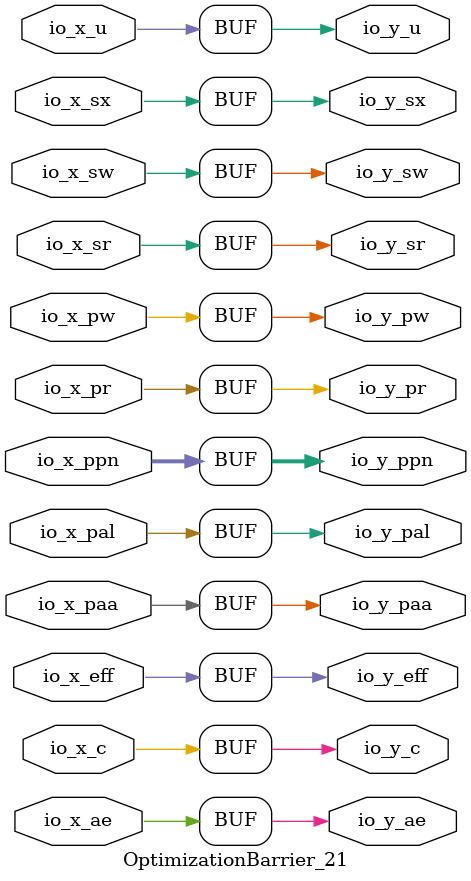
<source format=sv>
`ifndef RANDOMIZE
  `ifdef RANDOMIZE_REG_INIT
    `define RANDOMIZE
  `endif // RANDOMIZE_REG_INIT
`endif // not def RANDOMIZE
`ifndef RANDOMIZE
  `ifdef RANDOMIZE_MEM_INIT
    `define RANDOMIZE
  `endif // RANDOMIZE_MEM_INIT
`endif // not def RANDOMIZE

`ifndef RANDOM
  `define RANDOM $random
`endif // not def RANDOM

// Users can define 'PRINTF_COND' to add an extra gate to prints.
`ifndef PRINTF_COND_
  `ifdef PRINTF_COND
    `define PRINTF_COND_ (`PRINTF_COND)
  `else  // PRINTF_COND
    `define PRINTF_COND_ 1
  `endif // PRINTF_COND
`endif // not def PRINTF_COND_

// Users can define 'ASSERT_VERBOSE_COND' to add an extra gate to assert error printing.
`ifndef ASSERT_VERBOSE_COND_
  `ifdef ASSERT_VERBOSE_COND
    `define ASSERT_VERBOSE_COND_ (`ASSERT_VERBOSE_COND)
  `else  // ASSERT_VERBOSE_COND
    `define ASSERT_VERBOSE_COND_ 1
  `endif // ASSERT_VERBOSE_COND
`endif // not def ASSERT_VERBOSE_COND_

// Users can define 'STOP_COND' to add an extra gate to stop conditions.
`ifndef STOP_COND_
  `ifdef STOP_COND
    `define STOP_COND_ (`STOP_COND)
  `else  // STOP_COND
    `define STOP_COND_ 1
  `endif // STOP_COND
`endif // not def STOP_COND_

// Users can define INIT_RANDOM as general code that gets injected into the
// initializer block for modules with registers.
`ifndef INIT_RANDOM
  `define INIT_RANDOM
`endif // not def INIT_RANDOM

// If using random initialization, you can also define RANDOMIZE_DELAY to
// customize the delay used, otherwise 0.002 is used.
`ifndef RANDOMIZE_DELAY
  `define RANDOMIZE_DELAY 0.002
`endif // not def RANDOMIZE_DELAY

// Define INIT_RANDOM_PROLOG_ for use in our modules below.
`ifndef INIT_RANDOM_PROLOG_
  `ifdef RANDOMIZE
    `ifdef VERILATOR
      `define INIT_RANDOM_PROLOG_ `INIT_RANDOM
    `else  // VERILATOR
      `define INIT_RANDOM_PROLOG_ `INIT_RANDOM #`RANDOMIZE_DELAY begin end
    `endif // VERILATOR
  `else  // RANDOMIZE
    `define INIT_RANDOM_PROLOG_
  `endif // RANDOMIZE
`endif // not def INIT_RANDOM_PROLOG_

module OptimizationBarrier_21(
  input  [19:0] io_x_ppn,
  input         io_x_u,
                io_x_ae,
                io_x_sw,
                io_x_sx,
                io_x_sr,
                io_x_pw,
                io_x_pr,
                io_x_pal,
                io_x_paa,
                io_x_eff,
                io_x_c,
  output [19:0] io_y_ppn,
  output        io_y_u,
                io_y_ae,
                io_y_sw,
                io_y_sx,
                io_y_sr,
                io_y_pw,
                io_y_pr,
                io_y_pal,
                io_y_paa,
                io_y_eff,
                io_y_c
);

  assign io_y_ppn = io_x_ppn;
  assign io_y_u = io_x_u;
  assign io_y_ae = io_x_ae;
  assign io_y_sw = io_x_sw;
  assign io_y_sx = io_x_sx;
  assign io_y_sr = io_x_sr;
  assign io_y_pw = io_x_pw;
  assign io_y_pr = io_x_pr;
  assign io_y_pal = io_x_pal;
  assign io_y_paa = io_x_paa;
  assign io_y_eff = io_x_eff;
  assign io_y_c = io_x_c;
endmodule


</source>
